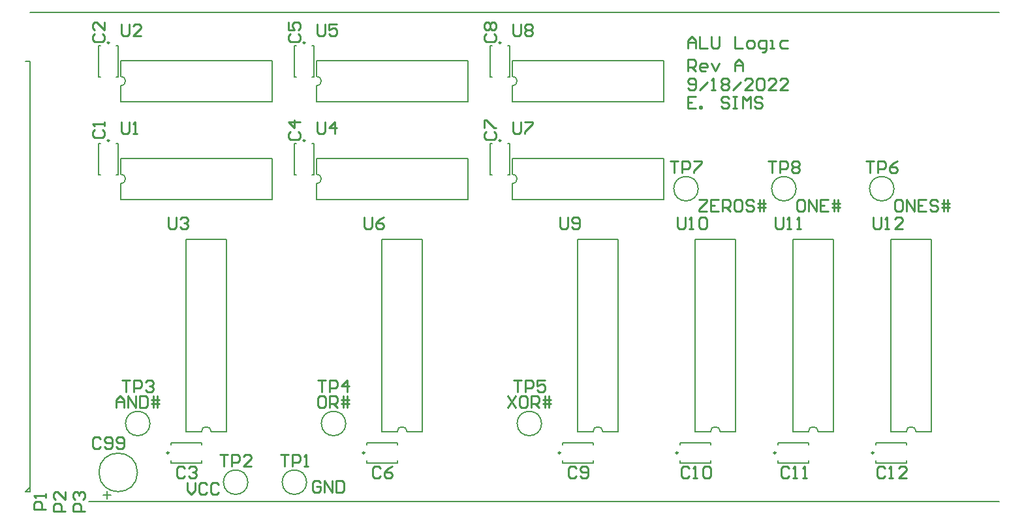
<source format=gto>
G04*
G04 #@! TF.GenerationSoftware,Altium Limited,Altium Designer,21.9.1 (22)*
G04*
G04 Layer_Color=65535*
%FSLAX25Y25*%
%MOIN*%
G70*
G04*
G04 #@! TF.SameCoordinates,535E74F5-FE81-4067-B89D-05631C4F16FF*
G04*
G04*
G04 #@! TF.FilePolarity,Positive*
G04*
G01*
G75*
%ADD10C,0.00787*%
%ADD11C,0.00984*%
%ADD12C,0.00500*%
%ADD13C,0.01000*%
%ADD14C,0.00591*%
D10*
X496240Y270000D02*
G03*
X496240Y270000I-6240J0D01*
G01*
X546240D02*
G03*
X546240Y270000I-6240J0D01*
G01*
X446240D02*
G03*
X446240Y270000I-6240J0D01*
G01*
X216240Y120000D02*
G03*
X216240Y120000I-6240J0D01*
G01*
X246240D02*
G03*
X246240Y120000I-6240J0D01*
G01*
X366240Y150000D02*
G03*
X366240Y150000I-6240J0D01*
G01*
X266240D02*
G03*
X266240Y150000I-6240J0D01*
G01*
X166240D02*
G03*
X166240Y150000I-6240J0D01*
G01*
X457500Y145787D02*
G03*
X452500Y145787I-2500J0D01*
G01*
X159843Y125000D02*
G03*
X159843Y125000I-9843J0D01*
G01*
X197500Y145787D02*
G03*
X192500Y145787I-2500J0D01*
G01*
X557500D02*
G03*
X552500Y145787I-2500J0D01*
G01*
X507500D02*
G03*
X502500Y145787I-2500J0D01*
G01*
X351220Y272500D02*
G03*
X351220Y277500I0J2500D01*
G01*
X397500Y145787D02*
G03*
X392500Y145787I-2500J0D01*
G01*
X351220Y322500D02*
G03*
X351220Y327500I0J2500D01*
G01*
X251220Y272500D02*
G03*
X251220Y277500I0J2500D01*
G01*
X297500Y145787D02*
G03*
X292500Y145787I-2500J0D01*
G01*
X251220Y322500D02*
G03*
X251220Y327500I0J2500D01*
G01*
X151221Y272500D02*
G03*
X151221Y277500I0J2500D01*
G01*
Y322500D02*
G03*
X151221Y327500I0J2500D01*
G01*
X102500Y115000D02*
X105000Y117500D01*
X457500Y145787D02*
X465433D01*
X444567D02*
X452500D01*
X444567Y244213D02*
X465433D01*
Y145787D02*
Y244213D01*
X444567Y145787D02*
Y244213D01*
X350118Y277205D02*
Y292953D01*
X339882Y277205D02*
Y292953D01*
X349035D02*
X350118D01*
X349035Y277205D02*
X350118D01*
X339882Y292953D02*
X340965D01*
X339882Y277205D02*
X340965D01*
X350118Y327205D02*
Y342953D01*
X339882Y327205D02*
Y342953D01*
X349035D02*
X350118D01*
X349035Y327205D02*
X350118D01*
X339882Y342953D02*
X340965D01*
X339882Y327205D02*
X340965D01*
X250118D02*
Y342953D01*
X239882Y327205D02*
Y342953D01*
X249035D02*
X250118D01*
X249035Y327205D02*
X250118D01*
X239882Y342953D02*
X240965D01*
X239882Y327205D02*
X240965D01*
X250118Y277205D02*
Y292953D01*
X239882Y277205D02*
Y292953D01*
X249035D02*
X250118D01*
X249035Y277205D02*
X250118D01*
X239882Y292953D02*
X240965D01*
X239882Y277205D02*
X240965D01*
X150118D02*
Y292953D01*
X139882Y277205D02*
Y292953D01*
X149035D02*
X150118D01*
X149035Y277205D02*
X150118D01*
X139882Y292953D02*
X140965D01*
X139882Y277205D02*
X140965D01*
X150118Y327205D02*
Y342953D01*
X139882Y327205D02*
Y342953D01*
X149035D02*
X150118D01*
X149035Y327205D02*
X150118D01*
X139882Y342953D02*
X140965D01*
X139882Y327205D02*
X140965D01*
X177047Y140118D02*
X192795D01*
X177047Y129882D02*
X192795D01*
X177047Y139035D02*
Y140118D01*
X192795Y139035D02*
Y140118D01*
X177047Y129882D02*
Y130965D01*
X192795Y129882D02*
Y130965D01*
X277047Y140118D02*
X292795D01*
X277047Y129882D02*
X292795D01*
X277047Y139035D02*
Y140118D01*
X292795Y139035D02*
Y140118D01*
X277047Y129882D02*
Y130965D01*
X292795Y129882D02*
Y130965D01*
X377047Y140118D02*
X392795D01*
X377047Y129882D02*
X392795D01*
X377047Y139035D02*
Y140118D01*
X392795Y139035D02*
Y140118D01*
X377047Y129882D02*
Y130965D01*
X392795Y129882D02*
Y130965D01*
X437047Y140118D02*
X452795D01*
X437047Y129882D02*
X452795D01*
X437047Y139035D02*
Y140118D01*
X452795Y139035D02*
Y140118D01*
X437047Y129882D02*
Y130965D01*
X452795Y129882D02*
Y130965D01*
X487047Y140118D02*
X502795D01*
X487047Y129882D02*
X502795D01*
X487047Y139035D02*
Y140118D01*
X502795Y139035D02*
Y140118D01*
X487047Y129882D02*
Y130965D01*
X502795Y129882D02*
Y130965D01*
X537047Y140118D02*
X552795D01*
X537047Y129882D02*
X552795D01*
X537047Y139035D02*
Y140118D01*
X552795Y139035D02*
Y140118D01*
X537047Y129882D02*
Y130965D01*
X552795Y129882D02*
Y130965D01*
X197500Y145787D02*
X205433D01*
X184567D02*
X192500D01*
X184567Y244213D02*
X205433D01*
Y145787D02*
Y244213D01*
X184567Y145787D02*
Y244213D01*
X544567Y145787D02*
Y244213D01*
X565433Y145787D02*
Y244213D01*
X544567D02*
X565433D01*
X544567Y145787D02*
X552500D01*
X557500D02*
X565433D01*
X494567D02*
Y244213D01*
X515433Y145787D02*
Y244213D01*
X494567D02*
X515433D01*
X494567Y145787D02*
X502500D01*
X507500D02*
X515433D01*
X351220Y264567D02*
Y272500D01*
Y277500D02*
Y285433D01*
X428780Y264567D02*
Y285433D01*
X351220Y264567D02*
X428780D01*
X351220Y285433D02*
X428780D01*
X384567Y145787D02*
Y244213D01*
X405433Y145787D02*
Y244213D01*
X384567D02*
X405433D01*
X384567Y145787D02*
X392500D01*
X397500D02*
X405433D01*
X351220Y314567D02*
Y322500D01*
Y327500D02*
Y335433D01*
X428780Y314567D02*
Y335433D01*
X351220Y314567D02*
X428780D01*
X351220Y335433D02*
X428780D01*
X251220Y264567D02*
Y272500D01*
Y277500D02*
Y285433D01*
X328780Y264567D02*
Y285433D01*
X251220Y264567D02*
X328780D01*
X251220Y285433D02*
X328780D01*
X284567Y145787D02*
Y244213D01*
X305433Y145787D02*
Y244213D01*
X284567D02*
X305433D01*
X284567Y145787D02*
X292500D01*
X297500D02*
X305433D01*
X251220Y314567D02*
Y322500D01*
Y327500D02*
Y335433D01*
X328780Y314567D02*
Y335433D01*
X251220Y314567D02*
X328780D01*
X251220Y335433D02*
X328780D01*
X151221Y264567D02*
Y272500D01*
Y277500D02*
Y285433D01*
X228780Y264567D02*
Y285433D01*
X151221Y264567D02*
X228780D01*
X151221Y285433D02*
X228780D01*
X151221Y314567D02*
Y322500D01*
Y327500D02*
Y335433D01*
X228780Y314567D02*
Y335433D01*
X151221Y314567D02*
X228780D01*
X151221Y335433D02*
X228780D01*
X105000Y122500D02*
Y335000D01*
Y115000D02*
Y122500D01*
X102500Y335000D02*
X105000D01*
X102500Y115000D02*
X105000D01*
D11*
X345492Y294626D02*
G03*
X345492Y294626I-492J0D01*
G01*
Y344626D02*
G03*
X345492Y344626I-492J0D01*
G01*
X245492D02*
G03*
X245492Y344626I-492J0D01*
G01*
Y294626D02*
G03*
X245492Y294626I-492J0D01*
G01*
X145492D02*
G03*
X145492Y294626I-492J0D01*
G01*
Y344626D02*
G03*
X145492Y344626I-492J0D01*
G01*
X175866Y135000D02*
G03*
X175866Y135000I-492J0D01*
G01*
X275866D02*
G03*
X275866Y135000I-492J0D01*
G01*
X375866D02*
G03*
X375866Y135000I-492J0D01*
G01*
X435866D02*
G03*
X435866Y135000I-492J0D01*
G01*
X485866D02*
G03*
X485866Y135000I-492J0D01*
G01*
X535866D02*
G03*
X535866Y135000I-492J0D01*
G01*
D12*
X105000Y360000D02*
X600000Y360000D01*
X135000Y110000D02*
X600000Y110000D01*
D13*
X441000Y341792D02*
Y345791D01*
X442999Y347790D01*
X444999Y345791D01*
Y341792D01*
Y344791D01*
X441000D01*
X446998Y347790D02*
Y341792D01*
X450997D01*
X452996Y347790D02*
Y342792D01*
X453996Y341792D01*
X455995D01*
X456995Y342792D01*
Y347790D01*
X464992D02*
Y341792D01*
X468991D01*
X471990D02*
X473989D01*
X474989Y342792D01*
Y344791D01*
X473989Y345791D01*
X471990D01*
X470990Y344791D01*
Y342792D01*
X471990Y341792D01*
X478988Y339793D02*
X479987D01*
X480987Y340793D01*
Y345791D01*
X477988D01*
X476988Y344791D01*
Y342792D01*
X477988Y341792D01*
X480987D01*
X482986D02*
X484986D01*
X483986D01*
Y345791D01*
X482986D01*
X491984D02*
X488984D01*
X487985Y344791D01*
Y342792D01*
X488984Y341792D01*
X491984D01*
X441000Y330195D02*
Y336193D01*
X443999D01*
X444999Y335194D01*
Y333194D01*
X443999Y332195D01*
X441000D01*
X442999D02*
X444999Y330195D01*
X449997D02*
X447998D01*
X446998Y331195D01*
Y333194D01*
X447998Y334194D01*
X449997D01*
X450997Y333194D01*
Y332195D01*
X446998D01*
X452996Y334194D02*
X454995Y330195D01*
X456995Y334194D01*
X464992Y330195D02*
Y334194D01*
X466992Y336193D01*
X468991Y334194D01*
Y330195D01*
Y333194D01*
X464992D01*
X441000Y321597D02*
X442000Y320598D01*
X443999D01*
X444999Y321597D01*
Y325596D01*
X443999Y326596D01*
X442000D01*
X441000Y325596D01*
Y324596D01*
X442000Y323597D01*
X444999D01*
X446998Y320598D02*
X450997Y324596D01*
X452996Y320598D02*
X454995D01*
X453996D01*
Y326596D01*
X452996Y325596D01*
X457995D02*
X458994Y326596D01*
X460993D01*
X461993Y325596D01*
Y324596D01*
X460993Y323597D01*
X461993Y322597D01*
Y321597D01*
X460993Y320598D01*
X458994D01*
X457995Y321597D01*
Y322597D01*
X458994Y323597D01*
X457995Y324596D01*
Y325596D01*
X458994Y323597D02*
X460993D01*
X463993Y320598D02*
X467991Y324596D01*
X473989Y320598D02*
X469991D01*
X473989Y324596D01*
Y325596D01*
X472990Y326596D01*
X470990D01*
X469991Y325596D01*
X475989D02*
X476988Y326596D01*
X478988D01*
X479987Y325596D01*
Y321597D01*
X478988Y320598D01*
X476988D01*
X475989Y321597D01*
Y325596D01*
X485986Y320598D02*
X481987D01*
X485986Y324596D01*
Y325596D01*
X484986Y326596D01*
X482986D01*
X481987Y325596D01*
X491984Y320598D02*
X487985D01*
X491984Y324596D01*
Y325596D01*
X490984Y326596D01*
X488984D01*
X487985Y325596D01*
X444999Y316998D02*
X441000D01*
Y311000D01*
X444999D01*
X441000Y313999D02*
X442999D01*
X446998Y311000D02*
Y312000D01*
X447998D01*
Y311000D01*
X446998D01*
X461993Y315998D02*
X460993Y316998D01*
X458994D01*
X457995Y315998D01*
Y314999D01*
X458994Y313999D01*
X460993D01*
X461993Y312999D01*
Y312000D01*
X460993Y311000D01*
X458994D01*
X457995Y312000D01*
X463993Y316998D02*
X465992D01*
X464992D01*
Y311000D01*
X463993D01*
X465992D01*
X468991D02*
Y316998D01*
X470990Y314999D01*
X472990Y316998D01*
Y311000D01*
X478988Y315998D02*
X477988Y316998D01*
X475989D01*
X474989Y315998D01*
Y314999D01*
X475989Y313999D01*
X477988D01*
X478988Y312999D01*
Y312000D01*
X477988Y311000D01*
X475989D01*
X474989Y312000D01*
X482003Y283999D02*
X486001D01*
X484002D01*
Y278001D01*
X488001D02*
Y283999D01*
X491000D01*
X491999Y282999D01*
Y281000D01*
X491000Y280000D01*
X488001D01*
X493999Y282999D02*
X494998Y283999D01*
X496998D01*
X497997Y282999D01*
Y282000D01*
X496998Y281000D01*
X497997Y280000D01*
Y279001D01*
X496998Y278001D01*
X494998D01*
X493999Y279001D01*
Y280000D01*
X494998Y281000D01*
X493999Y282000D01*
Y282999D01*
X494998Y281000D02*
X496998D01*
X499499Y264438D02*
X497500D01*
X496500Y263439D01*
Y259440D01*
X497500Y258440D01*
X499499D01*
X500499Y259440D01*
Y263439D01*
X499499Y264438D01*
X502498Y258440D02*
Y264438D01*
X506497Y258440D01*
Y264438D01*
X512495D02*
X508496D01*
Y258440D01*
X512495D01*
X508496Y261439D02*
X510496D01*
X515494Y258440D02*
Y264438D01*
X517493D02*
Y258440D01*
X514494Y262439D02*
X517493D01*
X518493D01*
X514494Y260439D02*
X518493D01*
X432003Y283999D02*
X436001D01*
X434002D01*
Y278001D01*
X438001D02*
Y283999D01*
X441000D01*
X441999Y282999D01*
Y281000D01*
X441000Y280000D01*
X438001D01*
X443999Y283999D02*
X447997D01*
Y282999D01*
X443999Y279001D01*
Y278001D01*
X446500Y264438D02*
X450499D01*
Y263439D01*
X446500Y259440D01*
Y258440D01*
X450499D01*
X456497Y264438D02*
X452498D01*
Y258440D01*
X456497D01*
X452498Y261439D02*
X454497D01*
X458496Y258440D02*
Y264438D01*
X461495D01*
X462495Y263439D01*
Y261439D01*
X461495Y260439D01*
X458496D01*
X460496D02*
X462495Y258440D01*
X467493Y264438D02*
X465494D01*
X464494Y263439D01*
Y259440D01*
X465494Y258440D01*
X467493D01*
X468493Y259440D01*
Y263439D01*
X467493Y264438D01*
X474491Y263439D02*
X473491Y264438D01*
X471492D01*
X470492Y263439D01*
Y262439D01*
X471492Y261439D01*
X473491D01*
X474491Y260439D01*
Y259440D01*
X473491Y258440D01*
X471492D01*
X470492Y259440D01*
X477490Y258440D02*
Y264438D01*
X479489D02*
Y258440D01*
X476490Y262439D02*
X479489D01*
X480489D01*
X476490Y260439D02*
X480489D01*
X532003Y283999D02*
X536001D01*
X534002D01*
Y278001D01*
X538001D02*
Y283999D01*
X541000D01*
X541999Y282999D01*
Y281000D01*
X541000Y280000D01*
X538001D01*
X547997Y283999D02*
X545998Y282999D01*
X543999Y281000D01*
Y279001D01*
X544998Y278001D01*
X546998D01*
X547997Y279001D01*
Y280000D01*
X546998Y281000D01*
X543999D01*
X549499Y264438D02*
X547500D01*
X546500Y263439D01*
Y259440D01*
X547500Y258440D01*
X549499D01*
X550499Y259440D01*
Y263439D01*
X549499Y264438D01*
X552498Y258440D02*
Y264438D01*
X556497Y258440D01*
Y264438D01*
X562495D02*
X558496D01*
Y258440D01*
X562495D01*
X558496Y261439D02*
X560496D01*
X568493Y263439D02*
X567493Y264438D01*
X565494D01*
X564494Y263439D01*
Y262439D01*
X565494Y261439D01*
X567493D01*
X568493Y260439D01*
Y259440D01*
X567493Y258440D01*
X565494D01*
X564494Y259440D01*
X571492Y258440D02*
Y264438D01*
X573491D02*
Y258440D01*
X570492Y262439D02*
X573491D01*
X574491D01*
X570492Y260439D02*
X574491D01*
X352003Y171999D02*
X356001D01*
X354002D01*
Y166001D01*
X358001D02*
Y171999D01*
X361000D01*
X361999Y170999D01*
Y169000D01*
X361000Y168000D01*
X358001D01*
X367997Y171999D02*
X363999D01*
Y169000D01*
X365998Y170000D01*
X366998D01*
X367997Y169000D01*
Y167001D01*
X366998Y166001D01*
X364998D01*
X363999Y167001D01*
X349004Y163999D02*
X353002Y158001D01*
Y163999D02*
X349004Y158001D01*
X358001Y163999D02*
X356001D01*
X355002Y162999D01*
Y159001D01*
X356001Y158001D01*
X358001D01*
X359000Y159001D01*
Y162999D01*
X358001Y163999D01*
X361000Y158001D02*
Y163999D01*
X363999D01*
X364998Y162999D01*
Y161000D01*
X363999Y160000D01*
X361000D01*
X362999D02*
X364998Y158001D01*
X367997D02*
Y163999D01*
X369997D02*
Y158001D01*
X366998Y162000D02*
X369997D01*
X370996D01*
X366998Y160000D02*
X370996D01*
X252003Y171999D02*
X256001D01*
X254002D01*
Y166001D01*
X258001D02*
Y171999D01*
X261000D01*
X261999Y170999D01*
Y169000D01*
X261000Y168000D01*
X258001D01*
X266998Y166001D02*
Y171999D01*
X263999Y169000D01*
X267997D01*
X255002Y163999D02*
X253002D01*
X252003Y162999D01*
Y159001D01*
X253002Y158001D01*
X255002D01*
X256001Y159001D01*
Y162999D01*
X255002Y163999D01*
X258001Y158001D02*
Y163999D01*
X261000D01*
X261999Y162999D01*
Y161000D01*
X261000Y160000D01*
X258001D01*
X260000D02*
X261999Y158001D01*
X264998D02*
Y163999D01*
X266998D02*
Y158001D01*
X263999Y162000D02*
X266998D01*
X267997D01*
X263999Y160000D02*
X267997D01*
X152003Y171999D02*
X156001D01*
X154002D01*
Y166001D01*
X158001D02*
Y171999D01*
X161000D01*
X161999Y170999D01*
Y169000D01*
X161000Y168000D01*
X158001D01*
X163999Y170999D02*
X164998Y171999D01*
X166998D01*
X167997Y170999D01*
Y170000D01*
X166998Y169000D01*
X165998D01*
X166998D01*
X167997Y168000D01*
Y167001D01*
X166998Y166001D01*
X164998D01*
X163999Y167001D01*
X149004Y158001D02*
Y162000D01*
X151003Y163999D01*
X153002Y162000D01*
Y158001D01*
Y161000D01*
X149004D01*
X155002Y158001D02*
Y163999D01*
X159000Y158001D01*
Y163999D01*
X161000D02*
Y158001D01*
X163999D01*
X164998Y159001D01*
Y162999D01*
X163999Y163999D01*
X161000D01*
X167997Y158001D02*
Y163999D01*
X169997D02*
Y158001D01*
X166998Y162000D02*
X169997D01*
X170996D01*
X166998Y160000D02*
X170996D01*
X535800Y255498D02*
Y250500D01*
X536800Y249500D01*
X538799D01*
X539799Y250500D01*
Y255498D01*
X541798Y249500D02*
X543797D01*
X542798D01*
Y255498D01*
X541798Y254498D01*
X550795Y249500D02*
X546796D01*
X550795Y253499D01*
Y254498D01*
X549795Y255498D01*
X547796D01*
X546796Y254498D01*
X485800Y255498D02*
Y250500D01*
X486800Y249500D01*
X488799D01*
X489799Y250500D01*
Y255498D01*
X491798Y249500D02*
X493797D01*
X492798D01*
Y255498D01*
X491798Y254498D01*
X496796Y249500D02*
X498796D01*
X497796D01*
Y255498D01*
X496796Y254498D01*
X435800Y255498D02*
Y250500D01*
X436800Y249500D01*
X438799D01*
X439799Y250500D01*
Y255498D01*
X441798Y249500D02*
X443797D01*
X442798D01*
Y255498D01*
X441798Y254498D01*
X446796D02*
X447796Y255498D01*
X449795D01*
X450795Y254498D01*
Y250500D01*
X449795Y249500D01*
X447796D01*
X446796Y250500D01*
Y254498D01*
X541501Y126999D02*
X540501Y127999D01*
X538502D01*
X537502Y126999D01*
Y123001D01*
X538502Y122001D01*
X540501D01*
X541501Y123001D01*
X543501Y122001D02*
X545500D01*
X544500D01*
Y127999D01*
X543501Y126999D01*
X552498Y122001D02*
X548499D01*
X552498Y126000D01*
Y126999D01*
X551498Y127999D01*
X549499D01*
X548499Y126999D01*
X492501D02*
X491501Y127999D01*
X489502D01*
X488502Y126999D01*
Y123001D01*
X489502Y122001D01*
X491501D01*
X492501Y123001D01*
X494500Y122001D02*
X496499D01*
X495500D01*
Y127999D01*
X494500Y126999D01*
X499499Y122001D02*
X501498D01*
X500498D01*
Y127999D01*
X499499Y126999D01*
X441501D02*
X440501Y127999D01*
X438502D01*
X437502Y126999D01*
Y123001D01*
X438502Y122001D01*
X440501D01*
X441501Y123001D01*
X443501Y122001D02*
X445500D01*
X444500D01*
Y127999D01*
X443501Y126999D01*
X448499D02*
X449499Y127999D01*
X451498D01*
X452498Y126999D01*
Y123001D01*
X451498Y122001D01*
X449499D01*
X448499Y123001D01*
Y126999D01*
X375800Y255498D02*
Y250500D01*
X376800Y249500D01*
X378799D01*
X379799Y250500D01*
Y255498D01*
X381798Y250500D02*
X382798Y249500D01*
X384797D01*
X385797Y250500D01*
Y254498D01*
X384797Y255498D01*
X382798D01*
X381798Y254498D01*
Y253499D01*
X382798Y252499D01*
X385797D01*
X351800Y354198D02*
Y349200D01*
X352800Y348200D01*
X354799D01*
X355799Y349200D01*
Y354198D01*
X357798Y353198D02*
X358798Y354198D01*
X360797D01*
X361797Y353198D01*
Y352199D01*
X360797Y351199D01*
X361797Y350199D01*
Y349200D01*
X360797Y348200D01*
X358798D01*
X357798Y349200D01*
Y350199D01*
X358798Y351199D01*
X357798Y352199D01*
Y353198D01*
X358798Y351199D02*
X360797D01*
X351800Y304198D02*
Y299200D01*
X352800Y298200D01*
X354799D01*
X355799Y299200D01*
Y304198D01*
X357798D02*
X361797D01*
Y303198D01*
X357798Y299200D01*
Y298200D01*
X384000Y126999D02*
X383001Y127999D01*
X381001D01*
X380002Y126999D01*
Y123001D01*
X381001Y122001D01*
X383001D01*
X384000Y123001D01*
X386000D02*
X386999Y122001D01*
X388999D01*
X389998Y123001D01*
Y126999D01*
X388999Y127999D01*
X386999D01*
X386000Y126999D01*
Y126000D01*
X386999Y125000D01*
X389998D01*
X338001Y349000D02*
X337001Y348001D01*
Y346001D01*
X338001Y345002D01*
X341999D01*
X342999Y346001D01*
Y348001D01*
X341999Y349000D01*
X338001Y351000D02*
X337001Y351999D01*
Y353999D01*
X338001Y354998D01*
X339000D01*
X340000Y353999D01*
X341000Y354998D01*
X341999D01*
X342999Y353999D01*
Y351999D01*
X341999Y351000D01*
X341000D01*
X340000Y351999D01*
X339000Y351000D01*
X338001D01*
X340000Y351999D02*
Y353999D01*
X338001Y299000D02*
X337001Y298001D01*
Y296001D01*
X338001Y295002D01*
X341999D01*
X342999Y296001D01*
Y298001D01*
X341999Y299000D01*
X337001Y301000D02*
Y304998D01*
X338001D01*
X341999Y301000D01*
X342999D01*
X275800Y255498D02*
Y250500D01*
X276800Y249500D01*
X278799D01*
X279799Y250500D01*
Y255498D01*
X285797D02*
X283797Y254498D01*
X281798Y252499D01*
Y250500D01*
X282798Y249500D01*
X284797D01*
X285797Y250500D01*
Y251499D01*
X284797Y252499D01*
X281798D01*
X251800Y354198D02*
Y349200D01*
X252800Y348200D01*
X254799D01*
X255799Y349200D01*
Y354198D01*
X261797D02*
X257798D01*
Y351199D01*
X259797Y352199D01*
X260797D01*
X261797Y351199D01*
Y349200D01*
X260797Y348200D01*
X258798D01*
X257798Y349200D01*
X251800Y304198D02*
Y299200D01*
X252800Y298200D01*
X254799D01*
X255799Y299200D01*
Y304198D01*
X260797Y298200D02*
Y304198D01*
X257798Y301199D01*
X261797D01*
X175800Y255498D02*
Y250500D01*
X176800Y249500D01*
X178799D01*
X179799Y250500D01*
Y255498D01*
X181798Y254498D02*
X182798Y255498D01*
X184797D01*
X185797Y254498D01*
Y253499D01*
X184797Y252499D01*
X183797D01*
X184797D01*
X185797Y251499D01*
Y250500D01*
X184797Y249500D01*
X182798D01*
X181798Y250500D01*
X151800Y354198D02*
Y349200D01*
X152800Y348200D01*
X154799D01*
X155799Y349200D01*
Y354198D01*
X161797Y348200D02*
X157798D01*
X161797Y352199D01*
Y353198D01*
X160797Y354198D01*
X158798D01*
X157798Y353198D01*
X151800Y304198D02*
Y299200D01*
X152800Y298200D01*
X154799D01*
X155799Y299200D01*
Y304198D01*
X157798Y298200D02*
X159797D01*
X158798D01*
Y304198D01*
X157798Y303198D01*
X202003Y133999D02*
X206001D01*
X204002D01*
Y128001D01*
X208001D02*
Y133999D01*
X211000D01*
X211999Y132999D01*
Y131000D01*
X211000Y130000D01*
X208001D01*
X217997Y128001D02*
X213999D01*
X217997Y132000D01*
Y132999D01*
X216998Y133999D01*
X214998D01*
X213999Y132999D01*
X185190Y119704D02*
Y115705D01*
X187189Y113706D01*
X189188Y115705D01*
Y119704D01*
X195186Y118704D02*
X194187Y119704D01*
X192187D01*
X191188Y118704D01*
Y114706D01*
X192187Y113706D01*
X194187D01*
X195186Y114706D01*
X201185Y118704D02*
X200185Y119704D01*
X198185D01*
X197186Y118704D01*
Y114706D01*
X198185Y113706D01*
X200185D01*
X201185Y114706D01*
X233002Y133999D02*
X237001D01*
X235002D01*
Y128001D01*
X239000D02*
Y133999D01*
X241999D01*
X242999Y132999D01*
Y131000D01*
X241999Y130000D01*
X239000D01*
X244998Y128001D02*
X246998D01*
X245998D01*
Y133999D01*
X244998Y132999D01*
X253392Y119635D02*
X252392Y120635D01*
X250393D01*
X249393Y119635D01*
Y115637D01*
X250393Y114637D01*
X252392D01*
X253392Y115637D01*
Y117636D01*
X251393D01*
X255391Y114637D02*
Y120635D01*
X259390Y114637D01*
Y120635D01*
X261389D02*
Y114637D01*
X264388D01*
X265388Y115637D01*
Y119635D01*
X264388Y120635D01*
X261389D01*
X132999Y105002D02*
X127001D01*
Y108001D01*
X128001Y109000D01*
X130000D01*
X131000Y108001D01*
Y105002D01*
X128001Y111000D02*
X127001Y111999D01*
Y113999D01*
X128001Y114998D01*
X129000D01*
X130000Y113999D01*
Y112999D01*
Y113999D01*
X131000Y114998D01*
X131999D01*
X132999Y113999D01*
Y111999D01*
X131999Y111000D01*
X122999Y105002D02*
X117001D01*
Y108001D01*
X118001Y109000D01*
X120000D01*
X121000Y108001D01*
Y105002D01*
X122999Y114998D02*
Y111000D01*
X119000Y114998D01*
X118001D01*
X117001Y113999D01*
Y111999D01*
X118001Y111000D01*
X141001Y141999D02*
X140002Y142999D01*
X138002D01*
X137003Y141999D01*
Y138001D01*
X138002Y137001D01*
X140002D01*
X141001Y138001D01*
X143001D02*
X144000Y137001D01*
X146000D01*
X146999Y138001D01*
Y141999D01*
X146000Y142999D01*
X144000D01*
X143001Y141999D01*
Y141000D01*
X144000Y140000D01*
X146999D01*
X148999Y138001D02*
X149998Y137001D01*
X151998D01*
X152997Y138001D01*
Y141999D01*
X151998Y142999D01*
X149998D01*
X148999Y141999D01*
Y141000D01*
X149998Y140000D01*
X152997D01*
X284000Y126999D02*
X283001Y127999D01*
X281001D01*
X280002Y126999D01*
Y123001D01*
X281001Y122001D01*
X283001D01*
X284000Y123001D01*
X289998Y127999D02*
X287999Y126999D01*
X286000Y125000D01*
Y123001D01*
X286999Y122001D01*
X288999D01*
X289998Y123001D01*
Y124000D01*
X288999Y125000D01*
X286000D01*
X238001Y349000D02*
X237001Y348001D01*
Y346001D01*
X238001Y345002D01*
X241999D01*
X242999Y346001D01*
Y348001D01*
X241999Y349000D01*
X237001Y354998D02*
Y351000D01*
X240000D01*
X239000Y352999D01*
Y353999D01*
X240000Y354998D01*
X241999D01*
X242999Y353999D01*
Y351999D01*
X241999Y351000D01*
X238001Y299000D02*
X237001Y298001D01*
Y296001D01*
X238001Y295002D01*
X241999D01*
X242999Y296001D01*
Y298001D01*
X241999Y299000D01*
X242999Y303999D02*
X237001D01*
X240000Y301000D01*
Y304998D01*
X184000Y126999D02*
X183001Y127999D01*
X181001D01*
X180002Y126999D01*
Y123001D01*
X181001Y122001D01*
X183001D01*
X184000Y123001D01*
X186000Y126999D02*
X186999Y127999D01*
X188999D01*
X189998Y126999D01*
Y126000D01*
X188999Y125000D01*
X187999D01*
X188999D01*
X189998Y124000D01*
Y123001D01*
X188999Y122001D01*
X186999D01*
X186000Y123001D01*
X138001Y349000D02*
X137001Y348001D01*
Y346001D01*
X138001Y345002D01*
X141999D01*
X142999Y346001D01*
Y348001D01*
X141999Y349000D01*
X142999Y354998D02*
Y351000D01*
X139000Y354998D01*
X138001D01*
X137001Y353999D01*
Y351999D01*
X138001Y351000D01*
Y300000D02*
X137001Y299000D01*
Y297001D01*
X138001Y296001D01*
X141999D01*
X142999Y297001D01*
Y299000D01*
X141999Y300000D01*
X142999Y301999D02*
Y303999D01*
Y302999D01*
X137001D01*
X138001Y301999D01*
X112999Y106001D02*
X107001D01*
Y109000D01*
X108001Y110000D01*
X110000D01*
X111000Y109000D01*
Y106001D01*
X112999Y111999D02*
Y113999D01*
Y112999D01*
X107001D01*
X108001Y111999D01*
D14*
X144190Y115296D02*
Y111360D01*
X146158Y113328D02*
X142222D01*
M02*

</source>
